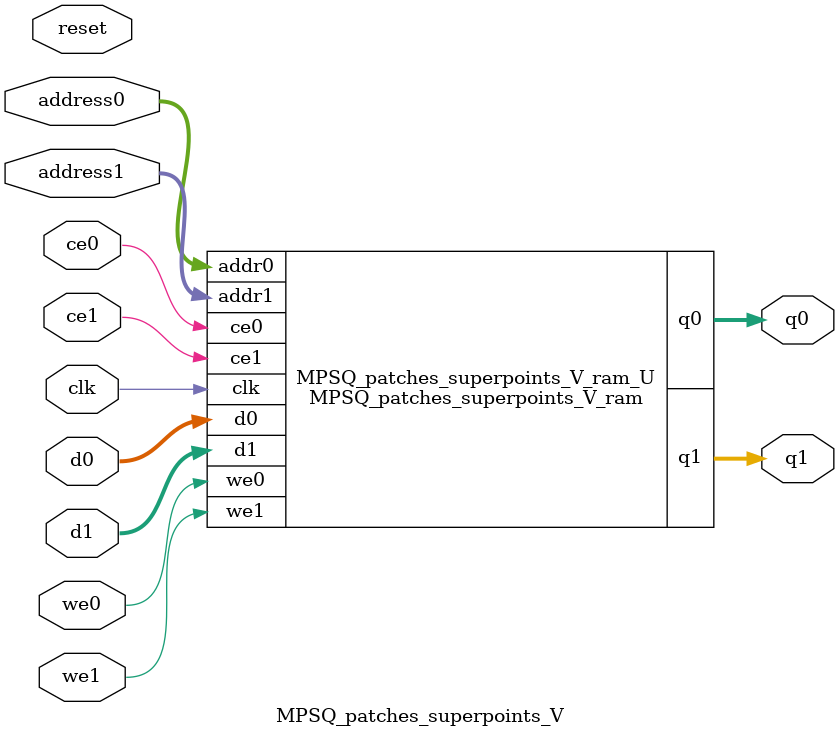
<source format=v>
`timescale 1 ns / 1 ps
module MPSQ_patches_superpoints_V_ram (addr0, ce0, d0, we0, q0, addr1, ce1, d1, we1, q1,  clk);

parameter DWIDTH = 64;
parameter AWIDTH = 8;
parameter MEM_SIZE = 240;

input[AWIDTH-1:0] addr0;
input ce0;
input[DWIDTH-1:0] d0;
input we0;
output reg[DWIDTH-1:0] q0;
input[AWIDTH-1:0] addr1;
input ce1;
input[DWIDTH-1:0] d1;
input we1;
output reg[DWIDTH-1:0] q1;
input clk;

reg [DWIDTH-1:0] ram[0:MEM_SIZE-1];




always @(posedge clk)  
begin 
    if (ce0) begin
        if (we0) 
            ram[addr0] <= d0; 
        q0 <= ram[addr0];
    end
end


always @(posedge clk)  
begin 
    if (ce1) begin
        if (we1) 
            ram[addr1] <= d1; 
        q1 <= ram[addr1];
    end
end


endmodule

`timescale 1 ns / 1 ps
module MPSQ_patches_superpoints_V(
    reset,
    clk,
    address0,
    ce0,
    we0,
    d0,
    q0,
    address1,
    ce1,
    we1,
    d1,
    q1);

parameter DataWidth = 32'd64;
parameter AddressRange = 32'd240;
parameter AddressWidth = 32'd8;
input reset;
input clk;
input[AddressWidth - 1:0] address0;
input ce0;
input we0;
input[DataWidth - 1:0] d0;
output[DataWidth - 1:0] q0;
input[AddressWidth - 1:0] address1;
input ce1;
input we1;
input[DataWidth - 1:0] d1;
output[DataWidth - 1:0] q1;



MPSQ_patches_superpoints_V_ram MPSQ_patches_superpoints_V_ram_U(
    .clk( clk ),
    .addr0( address0 ),
    .ce0( ce0 ),
    .we0( we0 ),
    .d0( d0 ),
    .q0( q0 ),
    .addr1( address1 ),
    .ce1( ce1 ),
    .we1( we1 ),
    .d1( d1 ),
    .q1( q1 ));

endmodule


</source>
